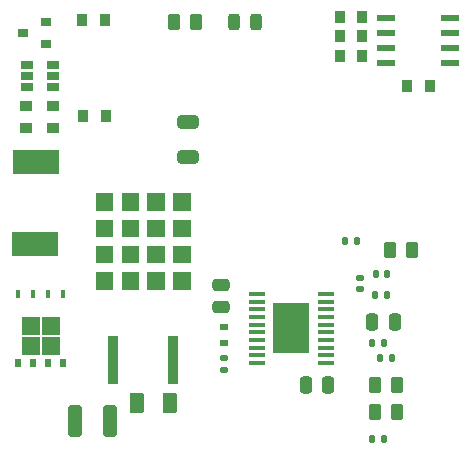
<source format=gtp>
G04 #@! TF.GenerationSoftware,KiCad,Pcbnew,(6.0.9-0)*
G04 #@! TF.CreationDate,2023-02-01T16:38:20-05:00*
G04 #@! TF.ProjectId,LM5116-05,4c4d3531-3136-42d3-9035-2e6b69636164,rev?*
G04 #@! TF.SameCoordinates,Original*
G04 #@! TF.FileFunction,Paste,Top*
G04 #@! TF.FilePolarity,Positive*
%FSLAX46Y46*%
G04 Gerber Fmt 4.6, Leading zero omitted, Abs format (unit mm)*
G04 Created by KiCad (PCBNEW (6.0.9-0)) date 2023-02-01 16:38:20*
%MOMM*%
%LPD*%
G01*
G04 APERTURE LIST*
G04 Aperture macros list*
%AMRoundRect*
0 Rectangle with rounded corners*
0 $1 Rounding radius*
0 $2 $3 $4 $5 $6 $7 $8 $9 X,Y pos of 4 corners*
0 Add a 4 corners polygon primitive as box body*
4,1,4,$2,$3,$4,$5,$6,$7,$8,$9,$2,$3,0*
0 Add four circle primitives for the rounded corners*
1,1,$1+$1,$2,$3*
1,1,$1+$1,$4,$5*
1,1,$1+$1,$6,$7*
1,1,$1+$1,$8,$9*
0 Add four rect primitives between the rounded corners*
20,1,$1+$1,$2,$3,$4,$5,0*
20,1,$1+$1,$4,$5,$6,$7,0*
20,1,$1+$1,$6,$7,$8,$9,0*
20,1,$1+$1,$8,$9,$2,$3,0*%
G04 Aperture macros list end*
%ADD10C,0.010000*%
%ADD11R,0.845000X1.000000*%
%ADD12R,1.000000X0.845000*%
%ADD13R,1.060000X0.650000*%
%ADD14R,0.900000X0.800000*%
%ADD15R,1.550000X0.600000*%
%ADD16RoundRect,0.250000X-0.325000X-1.100000X0.325000X-1.100000X0.325000X1.100000X-0.325000X1.100000X0*%
%ADD17RoundRect,0.250000X0.475000X-0.250000X0.475000X0.250000X-0.475000X0.250000X-0.475000X-0.250000X0*%
%ADD18R,0.700000X0.600000*%
%ADD19RoundRect,0.243750X-0.243750X-0.456250X0.243750X-0.456250X0.243750X0.456250X-0.243750X0.456250X0*%
%ADD20RoundRect,0.250000X-0.262500X-0.450000X0.262500X-0.450000X0.262500X0.450000X-0.262500X0.450000X0*%
%ADD21RoundRect,0.250000X0.375000X0.625000X-0.375000X0.625000X-0.375000X-0.625000X0.375000X-0.625000X0*%
%ADD22RoundRect,0.250000X0.250000X0.475000X-0.250000X0.475000X-0.250000X-0.475000X0.250000X-0.475000X0*%
%ADD23RoundRect,0.147500X-0.172500X0.147500X-0.172500X-0.147500X0.172500X-0.147500X0.172500X0.147500X0*%
%ADD24R,1.450000X0.450000*%
%ADD25R,3.150000X4.350000*%
%ADD26R,4.000000X2.000000*%
%ADD27RoundRect,0.147500X-0.147500X-0.172500X0.147500X-0.172500X0.147500X0.172500X-0.147500X0.172500X0*%
%ADD28RoundRect,0.250000X0.650000X-0.325000X0.650000X0.325000X-0.650000X0.325000X-0.650000X-0.325000X0*%
%ADD29RoundRect,0.147500X0.147500X0.172500X-0.147500X0.172500X-0.147500X-0.172500X0.147500X-0.172500X0*%
%ADD30RoundRect,0.250000X-0.250000X-0.475000X0.250000X-0.475000X0.250000X0.475000X-0.250000X0.475000X0*%
%ADD31RoundRect,0.147500X0.172500X-0.147500X0.172500X0.147500X-0.172500X0.147500X-0.172500X-0.147500X0*%
%ADD32R,0.500000X0.750000*%
%ADD33R,1.500000X1.500000*%
%ADD34R,0.400000X0.750000*%
%ADD35R,0.970000X4.070000*%
G04 APERTURE END LIST*
G36*
X100769000Y-86657000D02*
G01*
X99349000Y-86657000D01*
X99349000Y-85277000D01*
X100769000Y-85277000D01*
X100769000Y-86657000D01*
G37*
D10*
X100769000Y-86657000D02*
X99349000Y-86657000D01*
X99349000Y-85277000D01*
X100769000Y-85277000D01*
X100769000Y-86657000D01*
G36*
X94199000Y-88887000D02*
G01*
X92779000Y-88887000D01*
X92779000Y-87507000D01*
X94199000Y-87507000D01*
X94199000Y-88887000D01*
G37*
X94199000Y-88887000D02*
X92779000Y-88887000D01*
X92779000Y-87507000D01*
X94199000Y-87507000D01*
X94199000Y-88887000D01*
G36*
X98579000Y-88887000D02*
G01*
X97159000Y-88887000D01*
X97159000Y-87507000D01*
X98579000Y-87507000D01*
X98579000Y-88887000D01*
G37*
X98579000Y-88887000D02*
X97159000Y-88887000D01*
X97159000Y-87507000D01*
X98579000Y-87507000D01*
X98579000Y-88887000D01*
G36*
X96389000Y-91117000D02*
G01*
X94969000Y-91117000D01*
X94969000Y-89737000D01*
X96389000Y-89737000D01*
X96389000Y-91117000D01*
G37*
X96389000Y-91117000D02*
X94969000Y-91117000D01*
X94969000Y-89737000D01*
X96389000Y-89737000D01*
X96389000Y-91117000D01*
G36*
X94199000Y-91117000D02*
G01*
X92779000Y-91117000D01*
X92779000Y-89737000D01*
X94199000Y-89737000D01*
X94199000Y-91117000D01*
G37*
X94199000Y-91117000D02*
X92779000Y-91117000D01*
X92779000Y-89737000D01*
X94199000Y-89737000D01*
X94199000Y-91117000D01*
G36*
X100769000Y-88887000D02*
G01*
X99349000Y-88887000D01*
X99349000Y-87507000D01*
X100769000Y-87507000D01*
X100769000Y-88887000D01*
G37*
X100769000Y-88887000D02*
X99349000Y-88887000D01*
X99349000Y-87507000D01*
X100769000Y-87507000D01*
X100769000Y-88887000D01*
G36*
X100769000Y-84427000D02*
G01*
X99349000Y-84427000D01*
X99349000Y-83047000D01*
X100769000Y-83047000D01*
X100769000Y-84427000D01*
G37*
X100769000Y-84427000D02*
X99349000Y-84427000D01*
X99349000Y-83047000D01*
X100769000Y-83047000D01*
X100769000Y-84427000D01*
G36*
X98579000Y-91117000D02*
G01*
X97159000Y-91117000D01*
X97159000Y-89737000D01*
X98579000Y-89737000D01*
X98579000Y-91117000D01*
G37*
X98579000Y-91117000D02*
X97159000Y-91117000D01*
X97159000Y-89737000D01*
X98579000Y-89737000D01*
X98579000Y-91117000D01*
G36*
X96389000Y-84427000D02*
G01*
X94969000Y-84427000D01*
X94969000Y-83047000D01*
X96389000Y-83047000D01*
X96389000Y-84427000D01*
G37*
X96389000Y-84427000D02*
X94969000Y-84427000D01*
X94969000Y-83047000D01*
X96389000Y-83047000D01*
X96389000Y-84427000D01*
G36*
X96389000Y-86657000D02*
G01*
X94969000Y-86657000D01*
X94969000Y-85277000D01*
X96389000Y-85277000D01*
X96389000Y-86657000D01*
G37*
X96389000Y-86657000D02*
X94969000Y-86657000D01*
X94969000Y-85277000D01*
X96389000Y-85277000D01*
X96389000Y-86657000D01*
G36*
X98579000Y-86657000D02*
G01*
X97159000Y-86657000D01*
X97159000Y-85277000D01*
X98579000Y-85277000D01*
X98579000Y-86657000D01*
G37*
X98579000Y-86657000D02*
X97159000Y-86657000D01*
X97159000Y-85277000D01*
X98579000Y-85277000D01*
X98579000Y-86657000D01*
G36*
X94199000Y-86657000D02*
G01*
X92779000Y-86657000D01*
X92779000Y-85277000D01*
X94199000Y-85277000D01*
X94199000Y-86657000D01*
G37*
X94199000Y-86657000D02*
X92779000Y-86657000D01*
X92779000Y-85277000D01*
X94199000Y-85277000D01*
X94199000Y-86657000D01*
G36*
X100769000Y-91117000D02*
G01*
X99349000Y-91117000D01*
X99349000Y-89737000D01*
X100769000Y-89737000D01*
X100769000Y-91117000D01*
G37*
X100769000Y-91117000D02*
X99349000Y-91117000D01*
X99349000Y-89737000D01*
X100769000Y-89737000D01*
X100769000Y-91117000D01*
G36*
X94199000Y-84427000D02*
G01*
X92779000Y-84427000D01*
X92779000Y-83047000D01*
X94199000Y-83047000D01*
X94199000Y-84427000D01*
G37*
X94199000Y-84427000D02*
X92779000Y-84427000D01*
X92779000Y-83047000D01*
X94199000Y-83047000D01*
X94199000Y-84427000D01*
G36*
X96389000Y-88887000D02*
G01*
X94969000Y-88887000D01*
X94969000Y-87507000D01*
X96389000Y-87507000D01*
X96389000Y-88887000D01*
G37*
X96389000Y-88887000D02*
X94969000Y-88887000D01*
X94969000Y-87507000D01*
X96389000Y-87507000D01*
X96389000Y-88887000D01*
G36*
X98579000Y-84427000D02*
G01*
X97159000Y-84427000D01*
X97159000Y-83047000D01*
X98579000Y-83047000D01*
X98579000Y-84427000D01*
G37*
X98579000Y-84427000D02*
X97159000Y-84427000D01*
X97159000Y-83047000D01*
X98579000Y-83047000D01*
X98579000Y-84427000D01*
D11*
X91637500Y-68400000D03*
X93562500Y-68400000D03*
X91737500Y-76500000D03*
X93662500Y-76500000D03*
X119137500Y-74000000D03*
X121062500Y-74000000D03*
D12*
X86900000Y-75637500D03*
X86900000Y-77562500D03*
X89200000Y-75637500D03*
X89200000Y-77562500D03*
D11*
X113437500Y-71400000D03*
X115362500Y-71400000D03*
X113437500Y-69700000D03*
X115362500Y-69700000D03*
D13*
X86950000Y-72150000D03*
X86950000Y-73100000D03*
X86950000Y-74050000D03*
X89150000Y-74050000D03*
X89150000Y-73100000D03*
X89150000Y-72150000D03*
D14*
X88600000Y-70419000D03*
X88600000Y-68519000D03*
X86600000Y-69469000D03*
D15*
X122800000Y-72005000D03*
X122800000Y-70735000D03*
X122800000Y-69465000D03*
X122800000Y-68195000D03*
X117400000Y-68195000D03*
X117400000Y-69465000D03*
X117400000Y-70735000D03*
X117400000Y-72005000D03*
D11*
X113437500Y-68100000D03*
X115362500Y-68100000D03*
D16*
X91030000Y-102362000D03*
X93980000Y-102362000D03*
D17*
X103378000Y-92710000D03*
X103378000Y-90810000D03*
D18*
X103632000Y-95758000D03*
X103632000Y-94358000D03*
D19*
X104472500Y-68580000D03*
X106347500Y-68580000D03*
D20*
X99417500Y-68580000D03*
X101242500Y-68580000D03*
D21*
X99060000Y-100838000D03*
X96260000Y-100838000D03*
D20*
X116435500Y-99314000D03*
X118260500Y-99314000D03*
X116463000Y-101600000D03*
X118288000Y-101600000D03*
D22*
X112456000Y-99314000D03*
X110556000Y-99314000D03*
D23*
X103632000Y-97028000D03*
X103632000Y-97998000D03*
D24*
X112276000Y-97413000D03*
X112276000Y-96763000D03*
X112276000Y-96113000D03*
X112276000Y-95463000D03*
X112276000Y-94813000D03*
X112276000Y-94163000D03*
X112276000Y-93513000D03*
X112276000Y-92863000D03*
X112276000Y-92213000D03*
X112276000Y-91563000D03*
X106426000Y-91563000D03*
X106426000Y-92213000D03*
X106426000Y-92863000D03*
X106426000Y-93513000D03*
X106426000Y-94163000D03*
X106426000Y-94813000D03*
X106426000Y-95463000D03*
X106426000Y-96113000D03*
X106426000Y-96763000D03*
X106426000Y-97413000D03*
D25*
X109351000Y-94488000D03*
D26*
X87630000Y-87376000D03*
X87757000Y-80391000D03*
D20*
X117710000Y-87884000D03*
X119535000Y-87884000D03*
D27*
X116863000Y-97028000D03*
X117833000Y-97028000D03*
D28*
X100584000Y-79961000D03*
X100584000Y-77011000D03*
D29*
X117410000Y-91694000D03*
X116440000Y-91694000D03*
X117456000Y-89916000D03*
X116486000Y-89916000D03*
D30*
X116186000Y-93980000D03*
X118086000Y-93980000D03*
D27*
X116209000Y-95758000D03*
X117179000Y-95758000D03*
X113923000Y-87122000D03*
X114893000Y-87122000D03*
X116209000Y-103886000D03*
X117179000Y-103886000D03*
D31*
X115170000Y-91186000D03*
X115170000Y-90216000D03*
D32*
X86233000Y-97393000D03*
X88773000Y-97393000D03*
D33*
X88988000Y-94288000D03*
X87288000Y-94288000D03*
D32*
X87503000Y-97393000D03*
D33*
X88988000Y-95988000D03*
X87288000Y-95988000D03*
D32*
X90043000Y-97393000D03*
D34*
X90043000Y-91588000D03*
X88773000Y-91588000D03*
X87503000Y-91588000D03*
X86233000Y-91588000D03*
D35*
X94234000Y-97172000D03*
X99314000Y-97172000D03*
M02*

</source>
